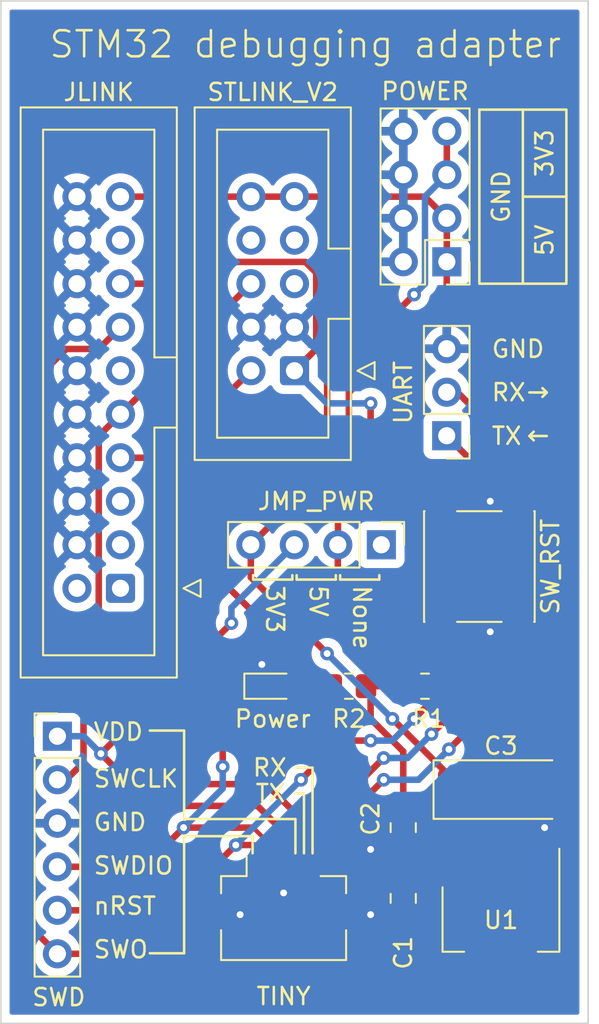
<source format=kicad_pcb>
(kicad_pcb (version 20211014) (generator pcbnew)
  (layers (0 "F.Cu" signal) (31 "B.Cu" signal) (34 "B.Paste" user) (35 "F.Paste" user) (36 "B.SilkS" user "B.Silkscreen") (37 "F.SilkS" user "F.Silkscreen") (38 "B.Mask" user) (39 "F.Mask" user) (44 "Edge.Cuts" user))
  (net 0 "")
  (net 1 "/VDD")
  (net 2 "GND")
  (net 3 "/5V")
  (net 4 "/3V3")
  (net 5 "Net-(D1-Pad2)")
  (net 6 "/SWO")
  (net 7 "/NRST")
  (net 8 "/SWDIO")
  (net 9 "/SWCLK")
  (net 10 "/TX")
  (net 11 "/RX")
  (footprint "Connector_PinHeader_2.54mm:PinHeader_1x06_P2.54mm_Vertical" (layer "F.Cu") (at 117.602 119.125634)
    (fp_text reference "J2")
    (fp_text value "SWD" (at 0.083956 15.24) (layer "F.SilkS"))
    (fp_line (start -1.33 1.27) (end 1.33 1.27) (layer "F.SilkS") (width 0.12))
    (fp_line (start -1.33 -1.33) (end 0 -1.33) (layer "F.SilkS") (width 0.12))
    (fp_line (start -1.33 14.03) (end 1.33 14.03) (layer "F.SilkS") (width 0.12))
    (fp_line (start 1.33 1.27) (end 1.33 14.03) (layer "F.SilkS") (width 0.12))
    (fp_line (start -1.33 0) (end -1.33 -1.33) (layer "F.SilkS") (width 0.12))
    (fp_line (start -1.33 1.27) (end -1.33 14.03) (layer "F.SilkS") (width 0.12))
    (pad "1" thru_hole rect (at 0 0) (size 1.7 1.7) (drill 1) (layers *.Cu *.Mask) (net 1 "/VDD"))
    (pad "2" thru_hole oval (at 0 2.54) (size 1.7 1.7) (drill 1) (layers *.Cu *.Mask) (net 9 "/SWCLK"))
    (pad "3" thru_hole oval (at 0 5.08) (size 1.7 1.7) (drill 1) (layers *.Cu *.Mask) (net 2 "GND"))
    (pad "4" thru_hole oval (at 0 7.62) (size 1.7 1.7) (drill 1) (layers *.Cu *.Mask) (net 8 "/SWDIO"))
    (pad "5" thru_hole oval (at 0 10.16) (size 1.7 1.7) (drill 1) (layers *.Cu *.Mask) (net 7 "/NRST"))
    (pad "6" thru_hole oval (at 0 12.7) (size 1.7 1.7) (drill 1) (layers *.Cu *.Mask) (net 6 "/SWO"))
  )
  (footprint "Connector_PinHeader_2.54mm:PinHeader_2x04_P2.54mm_Vertical" (layer "F.Cu") (at 140.34 91.43 180)
    (fp_text reference "J4")
    (fp_text value "POWER" (at 1.269996 9.95) (layer "F.SilkS"))
    (fp_line (start -1.33 1.27) (end -1.33 8.95) (layer "F.SilkS") (width 0.12))
    (fp_line (start -1.33 -1.33) (end 0 -1.33) (layer "F.SilkS") (width 0.12))
    (fp_line (start -1.33 0) (end -1.33 -1.33) (layer "F.SilkS") (width 0.12))
    (fp_line (start -1.33 1.27) (end 1.27 1.27) (layer "F.SilkS") (width 0.12))
    (fp_line (start 1.27 -1.33) (end 3.87 -1.33) (layer "F.SilkS") (width 0.12))
    (fp_line (start 3.87 -1.33) (end 3.87 8.95) (layer "F.SilkS") (width 0.12))
    (fp_line (start 1.27 1.27) (end 1.27 -1.33) (layer "F.SilkS") (width 0.12))
    (fp_line (start -1.33 8.95) (end 3.87 8.95) (layer "F.SilkS") (width 0.12))
    (pad "1" thru_hole rect (at 0 0 180) (size 1.7 1.7) (drill 1) (layers *.Cu *.Mask) (net 3 "/5V"))
    (pad "2" thru_hole oval (at 2.54 0 180) (size 1.7 1.7) (drill 1) (layers *.Cu *.Mask) (net 2 "GND"))
    (pad "3" thru_hole oval (at 0 2.54 180) (size 1.7 1.7) (drill 1) (layers *.Cu *.Mask) (net 3 "/5V"))
    (pad "4" thru_hole oval (at 2.54 2.54 180) (size 1.7 1.7) (drill 1) (layers *.Cu *.Mask) (net 2 "GND"))
    (pad "5" thru_hole oval (at 0 5.08 180) (size 1.7 1.7) (drill 1) (layers *.Cu *.Mask) (net 4 "/3V3"))
    (pad "6" thru_hole oval (at 2.54 5.08 180) (size 1.7 1.7) (drill 1) (layers *.Cu *.Mask) (net 2 "GND"))
    (pad "7" thru_hole oval (at 0 7.62 180) (size 1.7 1.7) (drill 1) (layers *.Cu *.Mask) (net 4 "/3V3"))
    (pad "8" thru_hole oval (at 2.54 7.62 180) (size 1.7 1.7) (drill 1) (layers *.Cu *.Mask) (net 2 "GND"))
  )
  (footprint "Connector_PinHeader_2.54mm:PinHeader_1x04_P2.54mm_Vertical" (layer "F.Cu") (at 136.515 107.95 -90)
    (fp_text reference "J3")
    (fp_text value "JMP_PWR" (at -2.54 3.8 180) (layer "F.SilkS"))
    (fp_line (start -1.33 1.27) (end -1.33 8.95) (layer "F.SilkS") (width 0.12))
    (fp_line (start -1.33 -1.33) (end 0 -1.33) (layer "F.SilkS") (width 0.12))
    (fp_line (start -1.33 8.95) (end 1.33 8.95) (layer "F.SilkS") (width 0.12))
    (fp_line (start -1.33 0) (end -1.33 -1.33) (layer "F.SilkS") (width 0.12))
    (fp_line (start 1.33 1.27) (end 1.33 8.95) (layer "F.SilkS") (width 0.12))
    (fp_line (start -1.33 1.27) (end 1.33 1.27) (layer "F.SilkS") (width 0.12))
    (pad "1" thru_hole rect (at 0 0 270) (size 1.7 1.7) (drill 1) (layers *.Cu *.Mask))
    (pad "2" thru_hole oval (at 0 2.54 270) (size 1.7 1.7) (drill 1) (layers *.Cu *.Mask) (net 3 "/5V"))
    (pad "3" thru_hole oval (at 0 5.08 270) (size 1.7 1.7) (drill 1) (layers *.Cu *.Mask) (net 1 "/VDD"))
    (pad "4" thru_hole oval (at 0 7.62 270) (size 1.7 1.7) (drill 1) (layers *.Cu *.Mask) (net 4 "/3V3"))
  )
  (footprint "Button_Switch_SMD:SW_Push_1P1T_NO_6x6mm_H9.5mm" (layer "F.Cu") (at 142.24 109.22 90)
    (fp_text reference "SW1" hide)
    (fp_text value "SW_RST" (at 0 4.150004 90) (layer "F.SilkS"))
    (fp_line (start -3.23 3.23) (end -3.23 3.2) (layer "F.SilkS") (width 0.12))
    (fp_line (start -3.23 -3.23) (end 3.23 -3.23) (layer "F.SilkS") (width 0.12))
    (fp_line (start -3.23 -1.3) (end -3.23 1.3) (layer "F.SilkS") (width 0.12))
    (fp_line (start 3.23 3.23) (end 3.23 3.2) (layer "F.SilkS") (width 0.12))
    (fp_line (start -3.23 -3.2) (end -3.23 -3.23) (layer "F.SilkS") (width 0.12))
    (fp_line (start -3.23 3.23) (end 3.23 3.23) (layer "F.SilkS") (width 0.12))
    (fp_line (start 3.23 -3.23) (end 3.23 -3.2) (layer "F.SilkS") (width 0.12))
    (fp_line (start 3.23 -1.3) (end 3.23 1.3) (layer "F.SilkS") (width 0.12))
    (pad "1" smd rect (at -3.975 -2.25 90) (size 1.55 1.3) (layers "F.Cu" "F.Paste" "F.Mask") (net 7 "/NRST"))
    (pad "1" smd rect (at 3.975 -2.25 90) (size 1.55 1.3) (layers "F.Cu" "F.Paste" "F.Mask") (net 7 "/NRST"))
    (pad "2" smd rect (at 3.975 2.25 90) (size 1.55 1.3) (layers "F.Cu" "F.Paste" "F.Mask") (net 2 "GND"))
    (pad "2" smd rect (at -3.975 2.25 90) (size 1.55 1.3) (layers "F.Cu" "F.Paste" "F.Mask") (net 2 "GND"))
  )
  (footprint "Capacitor_SMD:C_0805_2012Metric_Pad1.18x1.45mm_HandSolder" (layer "F.Cu") (at 137.795 124.46 -90)
    (fp_text reference "C2" (at -0.508 1.905 90) (layer "F.SilkS"))
    (fp_text value "10uF")
    (fp_line (start -0.261252 -0.735) (end 0.261252 -0.735) (layer "F.SilkS") (width 0.12))
    (fp_line (start -0.261252 0.735) (end 0.261252 0.735) (layer "F.SilkS") (width 0.12))
    (pad "1" smd roundrect (at -1.0375 0 270) (size 1.175 1.45) (layers "F.Cu" "F.Paste" "F.Mask") (roundrect_rratio 0.212766) (net 3 "/5V"))
    (pad "2" smd roundrect (at 1.0375 0 270) (size 1.175 1.45) (layers "F.Cu" "F.Paste" "F.Mask") (roundrect_rratio 0.212766) (net 2 "GND"))
  )
  (footprint "Connector_PinHeader_2.54mm:PinHeader_1x03_P2.54mm_Vertical" (layer "F.Cu") (at 140.335 101.585 180)
    (fp_text reference "J5")
    (fp_text value "UART" (at 2.54 2.525 90) (layer "F.SilkS"))
    (fp_line (start -1.33 6.41) (end 1.33 6.41) (layer "F.SilkS") (width 0.12))
    (fp_line (start -1.33 1.27) (end 1.33 1.27) (layer "F.SilkS") (width 0.12))
    (fp_line (start -1.33 0) (end -1.33 -1.33) (layer "F.SilkS") (width 0.12))
    (fp_line (start -1.33 1.27) (end -1.33 6.41) (layer "F.SilkS") (width 0.12))
    (fp_line (start -1.33 -1.33) (end 0 -1.33) (layer "F.SilkS") (width 0.12))
    (fp_line (start 1.33 1.27) (end 1.33 6.41) (layer "F.SilkS") (width 0.12))
    (pad "1" thru_hole rect (at 0 0 180) (size 1.7 1.7) (drill 1) (layers *.Cu *.Mask) (net 10 "/TX"))
    (pad "2" thru_hole oval (at 0 2.54 180) (size 1.7 1.7) (drill 1) (layers *.Cu *.Mask) (net 11 "/RX"))
    (pad "3" thru_hole oval (at 0 5.08 180) (size 1.7 1.7) (drill 1) (layers *.Cu *.Mask) (net 2 "GND"))
  )
  (footprint "Connector_IDC:IDC-Header_2x10_P2.54mm_Vertical" (layer "F.Cu") (at 121.285 110.49 180)
    (fp_text reference "J7")
    (fp_text value "JLINK" (at 1.27 28.959988) (layer "F.SilkS"))
    (fp_line (start 5.83 28.07) (end -3.29 28.07) (layer "F.SilkS") (width 0.12))
    (fp_line (start -1.98 13.48) (end -1.98 13.48) (layer "F.SilkS") (width 0.12))
    (fp_line (start -3.29 9.38) (end -1.98 9.38) (layer "F.SilkS") (width 0.12))
    (fp_line (start -4.68 -0.5) (end -4.68 0.5) (layer "F.SilkS") (width 0.12))
    (fp_line (start 4.52 -3.91) (end 4.52 26.77) (layer "F.SilkS") (width 0.12))
    (fp_line (start -4.68 0.5) (end -3.68 0) (layer "F.SilkS") (width 0.12))
    (fp_line (start -1.98 -3.91) (end 4.52 -3.91) (layer "F.SilkS") (width 0.12))
    (fp_line (start -1.98 9.38) (end -1.98 -3.91) (layer "F.SilkS") (width 0.12))
    (fp_line (start -1.98 26.77) (end -1.98 13.48) (layer "F.SilkS") (width 0.12))
    (fp_line (start -3.29 28.07) (end -3.29 -5.21) (layer "F.SilkS") (width 0.12))
    (fp_line (start -1.98 13.48) (end -3.29 13.48) (layer "F.SilkS") (width 0.12))
    (fp_line (start -3.29 -5.21) (end 5.83 -5.21) (layer "F.SilkS") (width 0.12))
    (fp_line (start 5.83 -5.21) (end 5.83 28.07) (layer "F.SilkS") (width 0.12))
    (fp_line (start 4.52 26.77) (end -1.98 26.77) (layer "F.SilkS") (width 0.12))
    (fp_line (start -3.68 0) (end -4.68 -0.5) (layer "F.SilkS") (width 0.12))
    (pad "1" thru_hole roundrect (at 0 0 180) (size 1.7 1.7) (drill 1) (layers *.Cu *.Mask) (roundrect_rratio 0.147059))
    (pad "2" thru_hole circle (at 2.54 0 180) (size 1.7 1.7) (drill 1) (layers *.Cu *.Mask))
    (pad "3" thru_hole circle (at 0 2.54 180) (size 1.7 1.7) (drill 1) (layers *.Cu *.Mask))
    (pad "4" thru_hole circle (at 2.54 2.54 180) (size 1.7 1.7) (drill 1) (layers *.Cu *.Mask) (net 2 "GND"))
    (pad "5" thru_hole circle (at 0 5.08 180) (size 1.7 1.7) (drill 1) (layers *.Cu *.Mask))
    (pad "6" thru_hole circle (at 2.54 5.08 180) (size 1.7 1.7) (drill 1) (layers *.Cu *.Mask) (net 2 "GND"))
    (pad "7" thru_hole circle (at 0 7.62 180) (size 1.7 1.7) (drill 1) (layers *.Cu *.Mask) (net 8 "/SWDIO"))
    (pad "8" thru_hole circle (at 2.54 7.62 180) (size 1.7 1.7) (drill 1) (layers *.Cu *.Mask) (net 2 "GND"))
    (pad "9" thru_hole circle (at 0 10.16 180) (size 1.7 1.7) (drill 1) (layers *.Cu *.Mask) (net 9 "/SWCLK"))
    (pad "10" thru_hole circle (at 2.54 10.16 180) (size 1.7 1.7) (drill 1) (layers *.Cu *.Mask) (net 2 "GND"))
    (pad "11" thru_hole circle (at 0 12.7 180) (size 1.7 1.7) (drill 1) (layers *.Cu *.Mask))
    (pad "12" thru_hole circle (at 2.54 12.7 180) (size 1.7 1.7) (drill 1) (layers *.Cu *.Mask) (net 2 "GND"))
    (pad "13" thru_hole circle (at 0 15.24 180) (size 1.7 1.7) (drill 1) (layers *.Cu *.Mask) (net 6 "/SWO"))
    (pad "14" thru_hole circle (at 2.54 15.24 180) (size 1.7 1.7) (drill 1) (layers *.Cu *.Mask) (net 2 "GND"))
    (pad "15" thru_hole circle (at 0 17.78 180) (size 1.7 1.7) (drill 1) (layers *.Cu *.Mask) (net 7 "/NRST"))
    (pad "16" thru_hole circle (at 2.54 17.78 180) (size 1.7 1.7) (drill 1) (layers *.Cu *.Mask) (net 2 "GND"))
    (pad "17" thru_hole circle (at 0 20.32 180) (size 1.7 1.7) (drill 1) (layers *.Cu *.Mask))
    (pad "18" thru_hole circle (at 2.54 20.32 180) (size 1.7 1.7) (drill 1) (layers *.Cu *.Mask) (net 2 "GND"))
    (pad "19" thru_hole circle (at 0 22.86 180) (size 1.7 1.7) (drill 1) (layers *.Cu *.Mask) (net 3 "/5V"))
    (pad "20" thru_hole circle (at 2.54 22.86 180) (size 1.7 1.7) (drill 1) (layers *.Cu *.Mask) (net 2 "GND"))
  )
  (footprint "Capacitor_Tantalum_SMD:CP_EIA-6032-28_Kemet-C_Pad2.25x2.35mm_HandSolder" (layer "F.Cu") (at 143.5 122.24)
    (fp_text reference "C3" (at 0 -2.55) (layer "F.SilkS"))
    (fp_text value "47uF Tantalum")
    (fp_line (start -3.935 1.71) (end 3 1.71) (layer "F.SilkS") (width 0.12))
    (fp_line (start 3 -1.71) (end -3.935 -1.71) (layer "F.SilkS") (width 0.12))
    (fp_line (start -3.935 -1.71) (end -3.935 1.71) (layer "F.SilkS") (width 0.12))
    (pad "1" smd roundrect (at -2.55 0) (size 2.25 2.35) (layers "F.Cu" "F.Paste" "F.Mask") (roundrect_rratio 0.111111) (net 4 "/3V3"))
    (pad "2" smd roundrect (at 2.55 0) (size 2.25 2.35) (layers "F.Cu" "F.Paste" "F.Mask") (roundrect_rratio 0.111111) (net 2 "GND"))
  )
  (footprint "Connector_FFC-FPC:Hirose_FH12-8S-0.5SH_1x08-1MP_P0.50mm_Horizontal" (layer "F.Cu") (at 130.81 128.59)
    (fp_text reference "J1")
    (fp_text value "TINY" (at 0 5.715) (layer "F.SilkS"))
    (fp_line (start 3.65 -1.3) (end 3.65 -0.3) (layer "F.SilkS") (width 0.12))
    (fp_line (start -3.65 -1.3) (end -3.65 -0.3) (layer "F.SilkS") (width 0.12))
    (fp_line (start 2.16 -1.3) (end 3.65 -1.3) (layer "F.SilkS") (width 0.12))
    (fp_line (start -3.65 3.6) (end 3.65 3.6) (layer "F.SilkS") (width 0.12))
    (fp_line (start -2.16 -1.3) (end -2.16 -2.5) (layer "F.SilkS") (width 0.12))
    (fp_line (start 3.65 3.6) (end 3.65 1.86) (layer "F.SilkS") (width 0.12))
    (fp_line (start -2.16 -1.3) (end -3.65 -1.3) (layer "F.SilkS") (width 0.12))
    (fp_line (start -3.65 1.86) (end -3.65 3.6) (layer "F.SilkS") (width 0.12))
    (pad "1" smd rect (at -1.75 -1.85) (size 0.3 1) (layers "F.Cu" "F.Paste" "F.Mask") (net 6 "/SWO"))
    (pad "2" smd rect (at -1.25 -1.85) (size 0.3 1) (layers "F.Cu" "F.Paste" "F.Mask") (net 7 "/NRST"))
    (pad "3" smd rect (at -0.75 -1.85) (size 0.3 1) (layers "F.Cu" "F.Paste" "F.Mask") (net 8 "/SWDIO"))
    (pad "4" smd rect (at -0.25 -1.85) (size 0.3 1) (layers "F.Cu" "F.Paste" "F.Mask") (net 2 "GND"))
    (pad "5" smd rect (at 0.25 -1.85) (size 0.3 1) (layers "F.Cu" "F.Paste" "F.Mask") (net 9 "/SWCLK"))
    (pad "6" smd rect (at 0.75 -1.85) (size 0.3 1) (layers "F.Cu" "F.Paste" "F.Mask") (net 1 "/VDD"))
    (pad "7" smd rect (at 1.25 -1.85) (size 0.3 1) (layers "F.Cu" "F.Paste" "F.Mask") (net 10 "/TX"))
    (pad "8" smd rect (at 1.75 -1.85) (size 0.3 1) (layers "F.Cu" "F.Paste" "F.Mask") (net 11 "/RX"))
    (pad "9" smd rect (at -3.899992 0.799988) (size 1.1 1.8) (layers "F.Cu" "F.Paste" "F.Mask") (net 2 "GND"))
    (pad "10" smd rect (at 3.899992 0.799988) (size 1.1 1.8) (layers "F.Cu" "F.Paste" "F.Mask") (net 2 "GND"))
  )
  (footprint "Resistor_SMD:R_0805_2012Metric_Pad1.20x1.40mm_HandSolder" (layer "F.Cu") (at 139.065 116.205)
    (fp_text reference "R1" (at 0.227064 1.905) (layer "F.SilkS"))
    (fp_text value "10kR")
    (fp_line (start -0.227064 0.735) (end 0.227064 0.735) (layer "F.SilkS") (width 0.12))
    (fp_line (start -0.227064 -0.735) (end 0.227064 -0.735) (layer "F.SilkS") (width 0.12))
    (pad "1" smd roundrect (at -1 0) (size 1.2 1.4) (layers "F.Cu" "F.Paste" "F.Mask") (roundrect_rratio 0.208333) (net 3 "/5V"))
    (pad "2" smd roundrect (at 1 0) (size 1.2 1.4) (layers "F.Cu" "F.Paste" "F.Mask") (roundrect_rratio 0.208333) (net 7 "/NRST"))
  )
  (footprint "LED_SMD:LED_0603_1608Metric_Pad1.05x0.95mm_HandSolder" (layer "F.Cu") (at 130.175 116.205)
    (fp_text reference "Power" (at 0 1.905) (layer "F.SilkS"))
    (fp_text value "LED")
    (fp_line (start -1.66 -0.735) (end -1.66 0.735) (layer "F.SilkS") (width 0.12))
    (fp_line (start -1.66 0.735) (end 0.8 0.735) (layer "F.SilkS") (width 0.12))
    (fp_line (start 0.8 -0.735) (end -1.66 -0.735) (layer "F.SilkS") (width 0.12))
    (pad "1" smd roundrect (at -0.875 0) (size 1.05 0.95) (layers "F.Cu" "F.Paste" "F.Mask") (net 2 "GND"))
    (pad "2" smd roundrect (at 0.875 0) (size 1.05 0.95) (layers "F.Cu" "F.Paste" "F.Mask") (net 5 "Net-(D1-Pad2)"))
  )
  (footprint "Resistor_SMD:R_0805_2012Metric_Pad1.20x1.40mm_HandSolder" (layer "F.Cu") (at 134.62 116.205 180)
    (fp_text reference "R2" (at 0 -1.905) (layer "F.SilkS"))
    (fp_text value "470R")
    (fp_line (start -0.227064 -0.735) (end 0.227064 -0.735) (layer "F.SilkS") (width 0.12))
    (fp_line (start -0.227064 0.735) (end 0.227064 0.735) (layer "F.SilkS") (width 0.12))
    (pad "1" smd roundrect (at -1 0 180) (size 1.2 1.4) (layers "F.Cu" "F.Paste" "F.Mask") (roundrect_rratio 0.208333) (net 3 "/5V"))
    (pad "2" smd roundrect (at 1 0 180) (size 1.2 1.4) (layers "F.Cu" "F.Paste" "F.Mask") (roundrect_rratio 0.208333) (net 5 "Net-(D1-Pad2)"))
  )
  (footprint "Connector_IDC:IDC-Header_2x05_P2.54mm_Vertical" (layer "F.Cu") (at 131.445 97.79 180)
    (fp_text reference "J6")
    (fp_text value "STLINK_V2" (at 1.27 16.259988) (layer "F.SilkS"))
    (fp_line (start 5.83 15.37) (end -3.29 15.37) (layer "F.SilkS") (width 0.12))
    (fp_line (start 5.83 -5.21) (end 5.83 15.37) (layer "F.SilkS") (width 0.12))
    (fp_line (start -1.98 7.13) (end -3.29 7.13) (layer "F.SilkS") (width 0.12))
    (fp_line (start -1.98 7.13) (end -1.98 7.13) (layer "F.SilkS") (width 0.12))
    (fp_line (start -4.68 -0.5) (end -4.68 0.5) (layer "F.SilkS") (width 0.12))
    (fp_line (start -1.98 3.03) (end -1.98 -3.91) (layer "F.SilkS") (width 0.12))
    (fp_line (start -3.68 0) (end -4.68 -0.5) (layer "F.SilkS") (width 0.12))
    (fp_line (start 4.52 -3.91) (end 4.52 14.07) (layer "F.SilkS") (width 0.12))
    (fp_line (start -4.68 0.5) (end -3.68 0) (layer "F.SilkS") (width 0.12))
    (fp_line (start -3.29 15.37) (end -3.29 -5.21) (layer "F.SilkS") (width 0.12))
    (fp_line (start -3.29 -5.21) (end 5.83 -5.21) (layer "F.SilkS") (width 0.12))
    (fp_line (start -1.98 14.07) (end -1.98 7.13) (layer "F.SilkS") (width 0.12))
    (fp_line (start -3.29 3.03) (end -1.98 3.03) (layer "F.SilkS") (width 0.12))
    (fp_line (start -1.98 -3.91) (end 4.52 -3.91) (layer "F.SilkS") (width 0.12))
    (fp_line (start 4.52 14.07) (end -1.98 14.07) (layer "F.SilkS") (width 0.12))
    (pad "1" thru_hole roundrect (at 0 0 180) (size 1.7 1.7) (drill 1) (layers *.Cu *.Mask) (roundrect_rratio 0.147059) (net 7 "/NRST"))
    (pad "2" thru_hole circle (at 2.54 0 180) (size 1.7 1.7) (drill 1) (layers *.Cu *.Mask) (net 8 "/SWDIO"))
    (pad "3" thru_hole circle (at 0 2.54 180) (size 1.7 1.7) (drill 1) (layers *.Cu *.Mask) (net 2 "GND"))
    (pad "4" thru_hole circle (at 2.54 2.54 180) (size 1.7 1.7) (drill 1) (layers *.Cu *.Mask) (net 2 "GND"))
    (pad "5" thru_hole circle (at 0 5.08 180) (size 1.7 1.7) (drill 1) (layers *.Cu *.Mask))
    (pad "6" thru_hole circle (at 2.54 5.08 180) (size 1.7 1.7) (drill 1) (layers *.Cu *.Mask) (net 9 "/SWCLK"))
    (pad "7" thru_hole circle (at 0 7.62 180) (size 1.7 1.7) (drill 1) (layers *.Cu *.Mask))
    (pad "8" thru_hole circle (at 2.54 7.62 180) (size 1.7 1.7) (drill 1) (layers *.Cu *.Mask))
    (pad "9" thru_hole circle (at 0 10.16 180) (size 1.7 1.7) (drill 1) (layers *.Cu *.Mask) (net 3 "/5V"))
    (pad "10" thru_hole circle (at 2.54 10.16 180) (size 1.7 1.7) (drill 1) (layers *.Cu *.Mask) (net 3 "/5V"))
  )
  (footprint "Capacitor_SMD:C_0805_2012Metric_Pad1.18x1.45mm_HandSolder" (layer "F.Cu") (at 137.795 128.59 -90)
    (fp_text reference "C1" (at 3.175 0 90) (layer "F.SilkS"))
    (fp_text value "1uF")
    (fp_line (start -0.261252 -0.735) (end 0.261252 -0.735) (layer "F.SilkS") (width 0.12))
    (fp_line (start -0.261252 0.735) (end 0.261252 0.735) (layer "F.SilkS") (width 0.12))
    (pad "1" smd roundrect (at -1.0375 0 270) (size 1.175 1.45) (layers "F.Cu" "F.Paste" "F.Mask") (roundrect_rratio 0.212766) (net 1 "/VDD"))
    (pad "2" smd roundrect (at 1.0375 0 270) (size 1.175 1.45) (layers "F.Cu" "F.Paste" "F.Mask") (roundrect_rratio 0.212766) (net 2 "GND"))
  )
  (footprint "Package_TO_SOT_SMD:SOT-223-3_TabPin2" (layer "F.Cu") (at 143.5 129.795 -90)
    (fp_text reference "U1" (at 0.065 -0.01 -180) (layer "F.SilkS"))
    (fp_text value "LM1117-3V3")
    (fp_line (start -1.85 3.41) (end 1.91 3.41) (layer "F.SilkS") (width 0.12))
    (fp_line (start 1.91 -3.41) (end 1.91 -2.15) (layer "F.SilkS") (width 0.12))
    (fp_line (start -4.1 -3.41) (end 1.91 -3.41) (layer "F.SilkS") (width 0.12))
    (fp_line (start 1.91 3.41) (end 1.91 2.15) (layer "F.SilkS") (width 0.12))
    (pad "1" smd rect (at -3.15 -2.3 270) (size 2 1.5) (layers "F.Cu" "F.Paste" "F.Mask") (net 2 "GND"))
    (pad "2" smd rect (at 3.15 0 270) (size 2 3.8) (layers "F.Cu" "F.Paste" "F.Mask") (net 4 "/3V3"))
    (pad "2" smd rect (at -3.15 0 270) (size 2 1.5) (layers "F.Cu" "F.Paste" "F.Mask") (net 4 "/3V3"))
    (pad "3" smd rect (at -3.15 2.3 270) (size 2 1.5) (layers "F.Cu" "F.Paste" "F.Mask") (net 3 "/5V"))
  )
  (gr_line (start 145.161 101.6) (end 145.415 101.854) (layer "F.SilkS") (width 0.15))
  (gr_line (start 123 118.795) (end 125 118.795) (layer "F.SilkS") (width 0.15))
  (gr_line (start 145.161 101.6) (end 145.415 101.346) (layer "F.SilkS") (width 0.15))
  (gr_line (start 131.5 120.96) (end 132.5 120.96) (layer "F.SilkS") (width 0.15))
  (gr_line (start 134.112 109.728) (end 134.112 109.982) (layer "F.SilkS") (width 0.15))
  (gr_line (start 131.5 123.96) (end 131.5 125.96) (layer "F.SilkS") (width 0.15))
  (gr_line (start 146.177 99.06) (end 145.923 98.806) (layer "F.SilkS") (width 0.15))
  (gr_line (start 131.572 109.982) (end 133.858 109.982) (layer "F.SilkS") (width 0.15))
  (gr_line (start 129 124.96) (end 129 125.96) (layer "F.SilkS") (width 0.15))
  (gr_line (start 134.112 109.982) (end 136.398 109.982) (layer "F.SilkS") (width 0.15))
  (gr_line (start 144.78 87.63) (end 147.32 87.63) (layer "F.SilkS") (width 0.15))
  (gr_line (start 125 118.795) (end 125 123.96) (layer "F.SilkS") (width 0.15))
  (gr_line (start 131.572 109.728) (end 131.572 109.982) (layer "F.SilkS") (width 0.15))
  (gr_line (start 131.318 109.982) (end 131.318 109.728) (layer "F.SilkS") (width 0.15))
  (gr_line (start 123 131.795) (end 125 131.795) (layer "F.SilkS") (width 0.15))
  (gr_line (start 129.032 109.982) (end 131.318 109.982) (layer "F.SilkS") (width 0.15))
  (gr_line (start 131.5 122.46) (end 132 122.46) (layer "F.SilkS") (width 0.15))
  (gr_line (start 132.5 120.96) (end 132.5 125.96) (layer "F.SilkS") (width 0.15))
  (gr_rect (start 142.24 82.55) (end 147.32 92.71) (layer "F.SilkS") (width 0.15) (fill none))
  (gr_line (start 146.177 99.06) (end 145.923 99.314) (layer "F.SilkS") (width 0.15))
  (gr_line (start 136.398 109.982) (end 136.398 109.728) (layer "F.SilkS") (width 0.15))
  (gr_line (start 145.161 99.06) (end 146.177 99.06) (layer "F.SilkS") (width 0.15))
  (gr_line (start 129.032 109.728) (end 129.032 109.982) (layer "F.SilkS") (width 0.15))
  (gr_line (start 145.161 101.6) (end 146.177 101.6) (layer "F.SilkS") (width 0.15))
  (gr_line (start 132 122.46) (end 132 125.96) (layer "F.SilkS") (width 0.15))
  (gr_line (start 125 131.795) (end 125 124.96) (layer "F.SilkS") (width 0.15))
  (gr_line (start 125 124.96) (end 129 124.96) (layer "F.SilkS") (width 0.15))
  (gr_line (start 125 123.96) (end 131.5 123.96) (layer "F.SilkS") (width 0.15))
  (gr_line (start 133.858 109.982) (end 133.858 109.728) (layer "F.SilkS") (width 0.15))
  (gr_line (start 144.78 82.55) (end 144.78 92.71) (layer "F.SilkS") (width 0.15))
  (gr_rect (start 114.3 76.2) (end 148.59 135.89) (layer "Edge.Cuts") (width 0.1) (fill none))
  (gr_text "5V" (at 146.05 90.17 90) (layer "F.SilkS") (effects (font (size 1 1))))
  (gr_text "3V3" (at 146.05 85.09 90) (layer "F.SilkS") (effects (font (size 1 1))))
  (gr_text "GND" (at 142.875 96.52) (layer "F.SilkS") (effects (font (size 1 1)) (justify left)))
  (gr_text "TX" (at 131 122.46) (layer "F.SilkS") (effects (font (size 1 1)) (justify right)))
  (gr_text "GND" (at 119.634 124.145) (layer "F.SilkS") (effects (font (size 1 1)) (justify left)))
  (gr_text "VDD" (at 119.634 118.872) (layer "F.SilkS") (effects (font (size 1 1)) (justify left)))
  (gr_text "SWCLK" (at 119.634 121.605) (layer "F.SilkS") (effects (font (size 1 1)) (justify left)))
  (gr_text "SWO" (at 119.634 131.572) (layer "F.SilkS") (effects (font (size 1 1)) (justify left)))
  (gr_text "GND" (at 143.51 87.63 90) (layer "F.SilkS") (effects (font (size 1 1))))
  (gr_text "RX" (at 130 120.96) (layer "F.SilkS") (effects (font (size 1 1))))
  (gr_text "RX" (at 142.875 99.06) (layer "F.SilkS") (effects (font (size 1 1)) (justify left)))
  (gr_text "STM32 debugging adapter" (at 132.08 78.74) (layer "F.SilkS") (effects (font (size 1.524 1.524))))
  (gr_text "None" (at 135.382 110.236 270) (layer "F.SilkS") (effects (font (size 1 1)) (justify left)))
  (gr_text "SWDIO" (at 119.634 126.685) (layer "F.SilkS") (effects (font (size 1 1)) (justify left)))
  (gr_text "TX" (at 142.875 101.6) (layer "F.SilkS") (effects (font (size 1 1)) (justify left)))
  (gr_text "3V3" (at 130.302 110.236 270) (layer "F.SilkS") (effects (font (size 1 1)) (justify left)))
  (gr_text "nRST" (at 119.634 129.032) (layer "F.SilkS") (effects (font (size 1 1)) (justify left)))
  (gr_text "5V" (at 132.842 110.236 270) (layer "F.SilkS") (effects (font (size 1 1)) (justify left)))
  (segment (start 133.604 128.016) (end 134.112 127.508) (width 0.381) (layer "F.Cu") (net 1))
  (segment (start 120.142 120.142) (end 127.635 112.649) (width 0.381) (layer "F.Cu") (net 1))
  (segment (start 127.635 112.649) (end 127.635 112.395) (width 0.381) (layer "F.Cu") (net 1))
  (segment (start 131.56 127.544) (end 132.032 128.016) (width 0.254) (layer "F.Cu") (net 1))
  (segment (start 131.56 126.74) (end 131.56 123.71) (width 0.254) (layer "F.Cu") (net 1))
  (segment (start 131.56 126.74) (end 131.56 127.544) (width 0.254) (layer "F.Cu") (net 1))
  (segment (start 120.142 120.142) (end 121.92 121.92) (width 0.381) (layer "F.Cu") (net 1))
  (segment (start 131.56 123.71) (end 131.572 123.698) (width 0.254) (layer "F.Cu") (net 1))
  (segment (start 134.112 127.508) (end 137.922 127.508) (width 0.381) (layer "F.Cu") (net 1))
  (segment (start 129.794 121.92) (end 131.572 123.698) (width 0.381) (layer "F.Cu") (net 1))
  (segment (start 132.031994 128.016) (end 133.604 128.016) (width 0.381) (layer "F.Cu") (net 1))
  (segment (start 121.92 121.92) (end 129.54 121.92) (width 0.381) (layer "F.Cu") (net 1))
  (segment (start 129.54 121.92) (end 129.794 121.92) (width 0.381) (layer "F.Cu") (net 1))
  (via (at 120.142 120.142) (size 0.8) (drill 0.4) (layers "F.Cu" "B.Cu") (net 1))
  (via (at 127.762 112.522) (size 0.8) (drill 0.4) (layers "F.Cu" "B.Cu") (net 1))
  (segment (start 131.435 107.95) (end 127.762 111.623) (width 0.381) (layer "B.Cu") (net 1))
  (segment (start 127.762 111.623) (end 127.762 112.522) (width 0.381) (layer "B.Cu") (net 1))
  (segment (start 117.602 119.125634) (end 119.125634 119.125634) (width 0.381) (layer "B.Cu") (net 1))
  (segment (start 131.445 108.585) (end 131.445 107.95) (width 0.381) (layer "B.Cu") (net 1))
  (segment (start 119.125634 119.125634) (end 120.142 120.142) (width 0.381) (layer "B.Cu") (net 1))
  (segment (start 135.89 129.54) (end 137.795 129.54) (width 0.381) (layer "F.Cu") (net 2))
  (segment (start 130.56 128.02) (end 130.81 128.27) (width 0.254) (layer "F.Cu") (net 2))
  (segment (start 144.49 105.245) (end 143.04 105.245) (width 0.381) (layer "F.Cu") (net 2))
  (segment (start 129.3 116.205) (end 129.3 115.175) (width 0.381) (layer "F.Cu") (net 2))
  (segment (start 128.119988 129.389988) (end 128.27 129.54) (width 0.381) (layer "F.Cu") (net 2))
  (segment (start 145.8 126.645) (end 145.8 124.71) (width 0.381) (layer "F.Cu") (net 2))
  (segment (start 143.04 105.245) (end 142.875 105.41) (width 0.381) (layer "F.Cu") (net 2))
  (segment (start 136.1225 125.4975) (end 135.89 125.73) (width 0.381) (layer "F.Cu") (net 2))
  (segment (start 144.49 113.195) (end 143.04 113.195) (width 0.381) (layer "F.Cu") (net 2))
  (segment (start 130.56 126.74) (end 130.56 128.02) (width 0.254) (layer "F.Cu") (net 2))
  (segment (start 126.910008 129.389988) (end 128.119988 129.389988) (width 0.381) (layer "F.Cu") (net 2))
  (segment (start 145.8 124.71) (end 146.05 124.46) (width 0.381) (layer "F.Cu") (net 2))
  (segment (start 135.74 129.39) (end 135.89 129.54) (width 0.381) (layer "F.Cu") (net 2))
  (segment (start 146.05 124.46) (end 146.05 122.555) (width 0.381) (layer "F.Cu") (net 2))
  (segment (start 134.71 129.39) (end 135.74 129.39) (width 0.381) (layer "F.Cu") (net 2))
  (segment (start 137.795 125.4975) (end 136.1225 125.4975) (width 0.381) (layer "F.Cu") (net 2))
  (segment (start 143.04 113.195) (end 142.875 113.03) (width 0.381) (layer "F.Cu") (net 2))
  (segment (start 129.3 115.175) (end 129.54 114.935) (width 0.381) (layer "F.Cu") (net 2))
  (via (at 130.81 128.27) (size 0.8) (drill 0.4) (layers "F.Cu" "B.Cu") (net 2))
  (via (at 135.89 129.54) (size 0.8) (drill 0.4) (layers "F.Cu" "B.Cu") (net 2))
  (via (at 142.875 113.03) (size 0.8) (drill 0.4) (layers "F.Cu" "B.Cu") (net 2))
  (via (at 128.27 129.54) (size 0.8) (drill 0.4) (layers "F.Cu" "B.Cu") (net 2))
  (via (at 135.89 125.73) (size 0.8) (drill 0.4) (layers "F.Cu" "B.Cu") (net 2))
  (via (at 129.54 114.935) (size 0.8) (drill 0.4) (layers "F.Cu" "B.Cu") (net 2))
  (via (at 146.05 124.46) (size 0.8) (drill 0.4) (layers "F.Cu" "B.Cu") (net 2))
  (via (at 142.875 105.41) (size 0.8) (drill 0.4) (layers "F.Cu" "B.Cu") (net 2))
  (segment (start 128.905 87.63) (end 131.445 87.63) (width 0.381) (layer "F.Cu") (net 3))
  (segment (start 121.285 87.63) (end 128.905 87.63) (width 0.381) (layer "F.Cu") (net 3))
  (segment (start 141.2 126.645) (end 141.2 126.595) (width 0.381) (layer "F.Cu") (net 3))
  (segment (start 139.065 87.63) (end 140.335 88.9) (width 0.381) (layer "F.Cu") (net 3))
  (segment (start 135.62 116.205) (end 138.43 116.205) (width 0.381) (layer "F.Cu") (net 3))
  (segment (start 140.335 91.44) (end 140.34 91.435) (width 0.381) (layer "F.Cu") (net 3))
  (segment (start 131.445 87.63) (end 139.065 87.63) (width 0.381) (layer "F.Cu") (net 3))
  (segment (start 133.985 104.775) (end 134.62 104.14) (width 0.381) (layer "F.Cu") (net 3))
  (segment (start 140.34 91.435) (end 140.34 88.89) (width 0.381) (layer "F.Cu") (net 3))
  (segment (start 133.985 107.94) (end 133.985 104.775) (width 0.381) (layer "F.Cu") (net 3))
  (segment (start 135.89 114.3) (end 133.975 112.385) (width 0.381) (layer "F.Cu") (net 3))
  (segment (start 133.975 107.95) (end 133.985 107.94) (width 0.381) (layer "F.Cu") (net 3))
  (segment (start 141.2 126.595) (end 137.795 123.19) (width 0.381) (layer "F.Cu") (net 3))
  (segment (start 140.335 93.345) (end 140.335 91.44) (width 0.381) (layer "F.Cu") (net 3))
  (segment (start 134.62 99.06) (end 140.335 93.345) (width 0.381) (layer "F.Cu") (net 3))
  (segment (start 133.975 112.385) (end 133.975 107.95) (width 0.381) (layer "F.Cu") (net 3))
  (segment (start 137.795 123.4225) (end 137.795 120.015) (width 0.381) (layer "F.Cu") (net 3))
  (segment (start 135.89 118.11) (end 135.89 114.3) (width 0.381) (layer "F.Cu") (net 3))
  (segment (start 134.62 104.14) (end 134.62 99.06) (width 0.381) (layer "F.Cu") (net 3))
  (segment (start 137.795 120.015) (end 135.89 118.11) (width 0.381) (layer "F.Cu") (net 3))
  (segment (start 143.5 126.645) (end 143.5 125.085) (width 0.381) (layer "F.Cu") (net 4))
  (segment (start 143.5 125.085) (end 140.97 122.555) (width 0.381) (layer "F.Cu") (net 4))
  (segment (start 133.35 98.425) (end 138.43 93.345) (width 0.381) (layer "F.Cu") (net 4))
  (segment (start 128.895 109.845) (end 133.35 114.3) (width 0.381) (layer "F.Cu") (net 4))
  (segment (start 133.35 103.5) (end 133.35 98.425) (width 0.381) (layer "F.Cu") (net 4))
  (segment (start 140.34 83.81) (end 140.34 86.355) (width 0.381) (layer "F.Cu") (net 4))
  (segment (start 143.5 127.01) (end 143.51 127) (width 0.381) (layer "F.Cu") (net 4))
  (segment (start 143.5 132.945) (end 143.5 127.01) (width 0.381) (layer "F.Cu") (net 4))
  (segment (start 128.895 107.95) (end 133.345 103.5) (width 0.381) (layer "F.Cu") (net 4))
  (segment (start 133.345 103.5) (end 133.35 103.5) (width 0.381) (layer "F.Cu") (net 4))
  (segment (start 140.34 86.355) (end 140.335 86.36) (width 0.381) (layer "F.Cu") (net 4))
  (segment (start 140.95 122.24) (end 140.95 121.9) (width 0.381) (layer "F.Cu") (net 4))
  (segment (start 140.95 121.9) (end 137.16 118.11) (width 0.381) (layer "F.Cu") (net 4))
  (segment (start 128.895 107.95) (end 128.895 109.845) (width 0.381) (layer "F.Cu") (net 4))
  (via (at 138.43 93.345) (size 0.8) (drill 0.4) (layers "F.Cu" "B.Cu") (net 4))
  (via (at 133.35 114.3) (size 0.8) (drill 0.4) (layers "F.Cu" "B.Cu") (net 4))
  (via (at 137.16 118.11) (size 0.8) (drill 0.4) (layers "F.Cu" "B.Cu") (net 4))
  (segment (start 139.065 87.625) (end 139.065 92.71) (width 0.381) (layer "B.Cu") (net 4))
  (segment (start 137.16 118.11) (end 133.35 114.3) (width 0.381) (layer "B.Cu") (net 4))
  (segment (start 140.34 86.35) (end 139.065 87.625) (width 0.381) (layer "B.Cu") (net 4))
  (segment (start 139.065 92.71) (end 138.43 93.345) (width 0.381) (layer "B.Cu") (net 4))
  (segment (start 131.05 116.205) (end 133.35 116.205) (width 0.381) (layer "F.Cu") (net 5))
  (segment (start 129.059991 130.655009) (end 128.905 130.81) (width 0.254) (layer "F.Cu") (net 6))
  (segment (start 116.84 114.3) (end 116.84 97.79) (width 0.381) (layer "F.Cu") (net 6))
  (segment (start 116.84 97.79) (end 118.11 96.52) (width 0.381) (layer "F.Cu") (net 6))
  (segment (start 117.602 131.825634) (end 127.889366 131.825634) (width 0.381) (layer "F.Cu") (net 6))
  (segment (start 127.889366 131.825634) (end 128.905 130.81) (width 0.381) (layer "F.Cu") (net 6))
  (segment (start 118.11 96.52) (end 120.015 96.52) (width 0.381) (layer "F.Cu") (net 6))
  (segment (start 115.824 115.316) (end 116.84 114.3) (width 0.381) (layer "F.Cu") (net 6))
  (segment (start 120.015 96.52) (end 121.285 95.25) (width 0.381) (layer "F.Cu") (net 6))
  (segment (start 129.06 126.74) (end 129.06 130.655) (width 0.254) (layer "F.Cu") (net 6))
  (segment (start 117.602 131.825634) (end 115.824 130.047634) (width 0.381) (layer "F.Cu") (net 6))
  (segment (start 115.824 130.047634) (end 115.824 115.316) (width 0.381) (layer "F.Cu") (net 6))
  (segment (start 139.99 112.74) (end 139.7 113.03) (width 0.381) (layer "F.Cu") (net 7))
  (segment (start 132.08 91.44) (end 132.715 92.075) (width 0.381) (layer "F.Cu") (net 7))
  (segment (start 134.112 119.38) (end 135.89 119.38) (width 0.381) (layer "F.Cu") (net 7))
  (segment (start 139.99 115.86) (end 140.335 116.205) (width 0.381) (layer "F.Cu") (net 7))
  (segment (start 132.715 96.52) (end 131.445 97.79) (width 0.381) (layer "F.Cu") (net 7))
  (segment (start 124.46 92.71) (end 125.73 91.44) (width 0.381) (layer "F.Cu") (net 7))
  (segment (start 121.285 92.71) (end 124.46 92.71) (width 0.381) (layer "F.Cu") (net 7))
  (segment (start 128.016 125.476) (end 129.032 125.476) (width 0.381) (layer "F.Cu") (net 7))
  (segment (start 140.065 116.475) (end 138.43 118.11) (width 0.381) (layer "F.Cu") (net 7))
  (segment (start 124.206366 129.285634) (end 128.016 125.476) (width 0.381) (layer "F.Cu") (net 7))
  (segment (start 117.602 129.285634) (end 124.206366 129.285634) (width 0.381) (layer "F.Cu") (net 7))
  (segment (start 139.99 113.195) (end 139.99 115.86) (width 0.381) (layer "F.Cu") (net 7))
  (segment (start 140.065 116.205) (end 140.065 116.475) (width 0.381) (layer "F.Cu") (net 7))
  (segment (start 139.99 105.245) (end 139.99 112.74) (width 0.381) (layer "F.Cu") (net 7))
  (segment (start 125.73 91.44) (end 132.08 91.44) (width 0.381) (layer "F.Cu") (net 7))
  (segment (start 135.89 100.965) (end 139.7 104.775) (width 0.381) (layer "F.Cu") (net 7))
  (segment (start 135.89 99.695) (end 135.89 100.965) (width 0.381) (layer "F.Cu") (net 7))
  (segment (start 129.56 126.004) (end 129.032 125.476) (width 0.254) (layer "F.Cu") (net 7))
  (segment (start 131.826 121.666) (end 134.112 119.38) (width 0.381) (layer "F.Cu") (net 7))
  (segment (start 132.715 92.075) (end 132.715 96.52) (width 0.381) (layer "F.Cu") (net 7))
  (segment (start 129.56 126.74) (end 129.56 126.004) (width 0.254) (layer "F.Cu") (net 7))
  (via (at 138.43 118.11) (size 0.8) (drill 0.4) (layers "F.Cu" "B.Cu") (net 7))
  (via (at 135.89 119.38) (size 0.8) (drill 0.4) (layers "F.Cu" "B.Cu") (net 7))
  (via (at 128.016 125.476) (size 0.8) (drill 0.4) (layers "F.Cu" "B.Cu") (net 7))
  (via (at 131.826 121.666) (size 0.8) (drill 0.4) (layers "F.Cu" "B.Cu") (net 7))
  (via (at 135.89 99.695) (size 0.8) (drill 0.4) (layers "F.Cu" "B.Cu") (net 7))
  (segment (start 131.445 97.79) (end 133.35 99.695) (width 0.381) (layer "B.Cu") (net 7))
  (segment (start 128.016 125.476) (end 131.826 121.666) (width 0.381) (layer "B.Cu") (net 7))
  (segment (start 133.35 99.695) (end 135.89 99.695) (width 0.381) (layer "B.Cu") (net 7))
  (segment (start 138.43 118.11) (end 137.16 119.38) (width 0.381) (layer "B.Cu") (net 7))
  (segment (start 135.89 119.38) (end 137.16 119.38) (width 0.381) (layer "B.Cu") (net 7))
  (segment (start 127.254 114.808) (end 128.905 113.157) (width 0.381) (layer "F.Cu") (net 8))
  (segment (start 117.602 126.745634) (end 122.682366 126.745634) (width 0.381) (layer "F.Cu") (net 8))
  (segment (start 128.905 111.76) (end 127 109.855) (width 0.381) (layer "F.Cu") (net 8))
  (segment (start 122.682366 126.745634) (end 124.968 124.46) (width 0.381) (layer "F.Cu") (net 8))
  (segment (start 128.905 113.157) (end 128.905 111.76) (width 0.381) (layer "F.Cu") (net 8))
  (segment (start 121.285 102.87) (end 123.825 102.87) (width 0.381) (layer "F.Cu") (net 8))
  (segment (start 127.254 124.46) (end 129.032 124.46) (width 0.381) (layer "F.Cu") (net 8))
  (segment (start 127 109.855) (end 127 106.045) (width 0.381) (layer "F.Cu") (net 8))
  (segment (start 130.06 125.488) (end 129.286 124.714) (width 0.254) (layer "F.Cu") (net 8))
  (segment (start 129.286 124.714) (end 129.032 124.46) (width 0.254) (layer "F.Cu") (net 8))
  (segment (start 123.825 102.87) (end 128.905 97.79) (width 0.381) (layer "F.Cu") (net 8))
  (segment (start 127 106.045) (end 123.825 102.87) (width 0.381) (layer "F.Cu") (net 8))
  (segment (start 130.06 126.74) (end 130.06 125.488) (width 0.254) (layer "F.Cu") (net 8))
  (segment (start 124.968 124.46) (end 127.254 124.46) (width 0.381) (layer "F.Cu") (net 8))
  (segment (start 127.254 120.904) (end 127.254 114.808) (width 0.381) (layer "F.Cu") (net 8))
  (via (at 124.968 124.46) (size 0.8) (drill 0.4) (layers "F.Cu" "B.Cu") (net 8))
  (via (at 127.254 120.904) (size 0.8) (drill 0.4) (layers "F.Cu" "B.Cu") (net 8))
  (segment (start 127.254 122.174) (end 127.254 120.904) (width 0.381) (layer "B.Cu") (net 8))
  (segment (start 124.968 124.46) (end 127.254 122.174) (width 0.381) (layer "B.Cu") (net 8))
  (segment (start 131.06 124.964) (end 130.556 124.46) (width 0.254) (layer "F.Cu") (net 9))
  (segment (start 117.602 121.665634) (end 118.110366 121.665634) (width 0.381) (layer "F.Cu") (net 9))
  (segment (start 128.905 92.71) (end 121.285 100.33) (width 0.381) (layer "F.Cu") (net 9))
  (segment (start 119.126 120.65) (end 119.126 115.316) (width 0.381) (layer "F.Cu") (net 9))
  (segment (start 120.015 114.427) (end 120.015 101.6) (width 0.381) (layer "F.Cu") (net 9))
  (segment (start 131.06 126.74) (end 131.06 124.964) (width 0.254) (layer "F.Cu") (net 9))
  (segment (start 119.126 120.65) (end 121.666 123.19) (width 0.381) (layer "F.Cu") (net 9))
  (segment (start 120.015 101.6) (end 121.285 100.33) (width 0.381) (layer "F.Cu") (net 9))
  (segment (start 121.666 123.19) (end 129.286 123.19) (width 0.381) (layer "F.Cu") (net 9))
  (segment (start 119.126 115.316) (end 120.015 114.427) (width 0.381) (layer "F.Cu") (net 9))
  (segment (start 118.110366 121.665634) (end 119.126 120.65) (width 0.381) (layer "F.Cu") (net 9))
  (segment (start 129.286 123.19) (end 130.556 124.46) (width 0.381) (layer "F.Cu") (net 9))
  (segment (start 141.605 116.84) (end 139.7 118.745) (width 0.381) (layer "F.Cu") (net 10))
  (segment (start 141.605 113.665) (end 141.605 102.87) (width 0.381) (layer "F.Cu") (net 10))
  (segment (start 132.06 126.74) (end 132.06 124.988) (width 0.254) (layer "F.Cu") (net 10))
  (segment (start 141.605 113.665) (end 141.605 116.84) (width 0.381) (layer "F.Cu") (net 10))
  (segment (start 139.7 118.745) (end 139.446 118.999) (width 0.381) (layer "F.Cu") (net 10))
  (segment (start 132.06 124.988) (end 132.842 124.206) (width 0.254) (layer "F.Cu") (net 10))
  (segment (start 136.652 120.396) (end 132.842 124.206) (width 0.381) (layer "F.Cu") (net 10))
  (segment (start 141.605 102.87) (end 140.335 101.6) (width 0.381) (layer "F.Cu") (net 10))
  (via (at 136.652 120.396) (size 0.8) (drill 0.4) (layers "F.Cu" "B.Cu") (net 10))
  (via (at 139.446 118.999) (size 0.8) (drill 0.4) (layers "F.Cu" "B.Cu") (net 10))
  (segment (start 139.446 118.999) (end 138.049 120.396) (width 0.381) (layer "B.Cu") (net 10))
  (segment (start 138.049 120.396) (end 136.652 120.396) (width 0.381) (layer "B.Cu") (net 10))
  (segment (start 132.56 126.74) (end 132.56 125.758) (width 0.254) (layer "F.Cu") (net 11))
  (segment (start 136.652 121.666) (end 133.096 125.222) (width 0.381) (layer "F.Cu") (net 11))
  (segment (start 132.560009 125.757991) (end 133.096 125.222) (width 0.254) (layer "F.Cu") (net 11))
  (segment (start 146.05 114.3) (end 146.05 104.14) (width 0.381) (layer "F.Cu") (net 11))
  (segment (start 140.335 99.045) (end 140.955 99.045) (width 0.381) (layer "F.Cu") (net 11))
  (segment (start 140.97 119.38) (end 146.05 114.3) (width 0.381) (layer "F.Cu") (net 11))
  (segment (start 140.97 99.06) (end 140.335 99.06) (width 0.381) (layer "F.Cu") (net 11))
  (segment (start 146.05 104.14) (end 140.97 99.06) (width 0.381) (layer "F.Cu") (net 11))
  (segment (start 140.97 119.38) (end 140.462 119.888) (width 0.381) (layer "F.Cu") (net 11))
  (via (at 140.462 119.888) (size 0.8) (drill 0.4) (layers "F.Cu" "B.Cu") (net 11))
  (via (at 136.652 121.666) (size 0.8) (drill 0.4) (layers "F.Cu" "B.Cu") (net 11))
  (segment (start 138.684 121.666) (end 136.652 121.666) (width 0.381) (layer "B.Cu") (net 11))
  (segment (start 140.462 119.888) (end 138.684 121.666) (width 0.381) (layer "B.Cu") (net 11))
  (zone (net 2) (net_name "GND") (layer "B.Cu") (connect_pads (clearance 0.508)) (min_thickness 0.254) (fill yes (thermal_gap 0.508) (thermal_bridge_width 0.508))
    (polygon (pts (xy 148.59 135.89) (xy 114.3 135.89) (xy 114.3 76.2) (xy 148.59 76.2)))
  )
)
</source>
